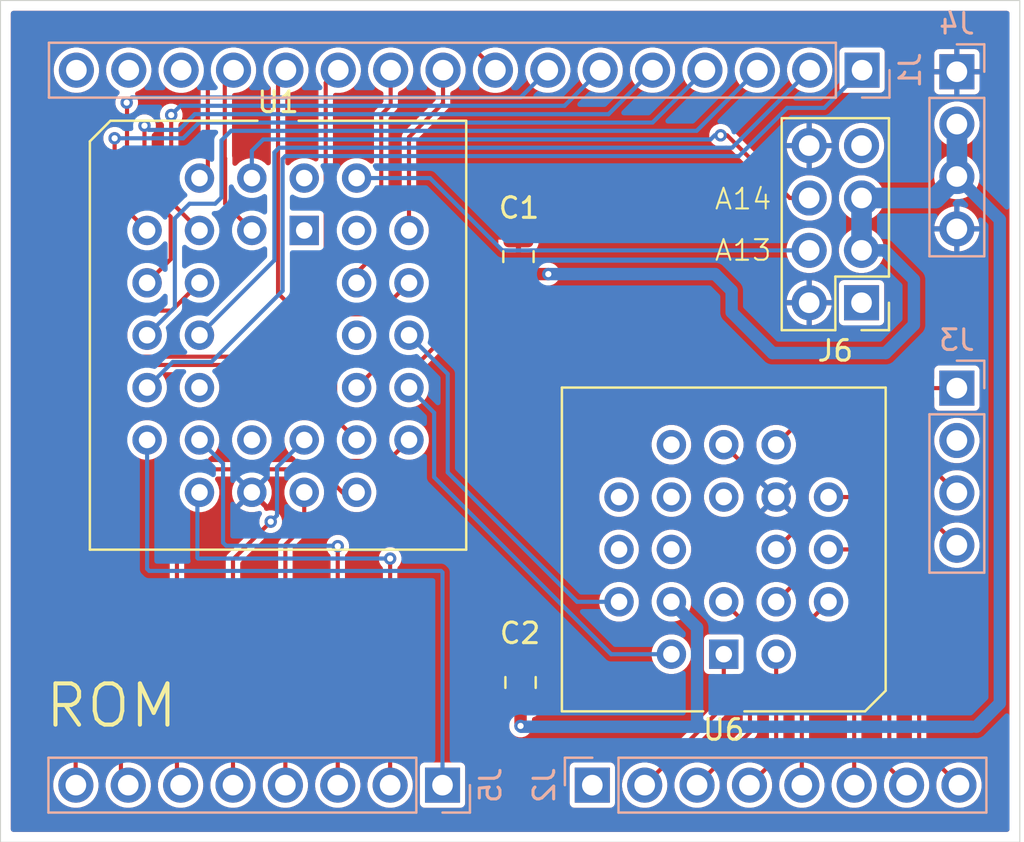
<source format=kicad_pcb>
(kicad_pcb (version 20241229) (generator "pcbnew") (generator_version "9.0")
  (layers (0 "F.Cu" signal) (4 "In1.Cu" signal) (6 "In2.Cu" signal) (2 "B.Cu" signal) (13 "F.Paste" user) (15 "B.Paste" user) (5 "F.SilkS" user "F.Silkscreen") (7 "B.SilkS" user "B.Silkscreen") (1 "F.Mask" user) (3 "B.Mask" user) (25 "Edge.Cuts" user))
  (net 0 "")
  (net 1 "/A6")
  (net 2 "/A13")
  (net 3 "/A10")
  (net 4 "/A0")
  (net 5 "/A15")
  (net 6 "/A8")
  (net 7 "/A5")
  (net 8 "/A7")
  (net 9 "/A14")
  (net 10 "/A1")
  (net 11 "/A4")
  (net 12 "/A3")
  (net 13 "/A12")
  (net 14 "/A9")
  (net 15 "/S3")
  (net 16 "/S4")
  (net 17 "/A2")
  (net 18 "/S2")
  (net 19 "/S0")
  (net 20 "/R{slash}~{W}")
  (net 21 "/E")
  (net 22 "/S1")
  (net 23 "+5V")
  (net 24 "/Q")
  (net 25 "GND")
  (net 26 "/D4")
  (net 27 "/D0")
  (net 28 "/~{OE}")
  (net 29 "/D1")
  (net 30 "/D2")
  (net 31 "/D5")
  (net 32 "/D3")
  (net 33 "/D7")
  (net 34 "/D6")
  (net 35 "/A11")
  (net 42 "/S5")
  (net 43 "/S6")
  (net 44 "/S7")
  (net 45 "/~{Reset}")
  (net 46 "/~{CS}")
  (net 53 "/A13page")
  (net 54 "/A14page")
  (footprint "Package_LCC:PLCC-20_THT-Socket" (layer "F.Cu") (at 156.8958 105.6894 180)
    (property "Reference" "U6" (at 0 -3.67 0) (layer "F.SilkS"))
    (property "Value" "GAL16V8")
    (fp_line (start 7.85 12.93) (end 7.85 -2.77) (stroke (width 0.12)) (layer "F.SilkS"))
    (fp_line (start 7.85 -2.77) (end 1 -2.77) (stroke (width 0.12)) (layer "F.SilkS"))
    (fp_line (start -1 -2.77) (end -6.85 -2.77) (stroke (width 0.12)) (layer "F.SilkS"))
    (fp_line (start -6.85 -2.77) (end -7.85 -1.77) (stroke (width 0.12)) (layer "F.SilkS"))
    (fp_line (start -7.85 12.93) (end 7.85 12.93) (stroke (width 0.12)) (layer "F.SilkS"))
    (fp_line (start -7.85 -1.77) (end -7.85 12.93) (stroke (width 0.12)) (layer "F.SilkS"))
    (pad "1" thru_hole rect (at 0 0 180) (size 1.4224 1.4224) (drill 0.8) (layers "*.Cu" "*.Mask") (net 22 "/S1"))
    (pad "2" thru_hole circle (at 0 2.54 180) (size 1.4224 1.4224) (drill 0.8) (layers "*.Cu" "*.Mask") (net 18 "/S2"))
    (pad "3" thru_hole circle (at -2.54 0 180) (size 1.4224 1.4224) (drill 0.8) (layers "*.Cu" "*.Mask") (net 15 "/S3"))
    (pad "4" thru_hole circle (at -5.08 2.54 180) (size 1.4224 1.4224) (drill 0.8) (layers "*.Cu" "*.Mask") (net 16 "/S4"))
    (pad "5" thru_hole circle (at -2.54 2.54 180) (size 1.4224 1.4224) (drill 0.8) (layers "*.Cu" "*.Mask") (net 42 "/S5"))
    (pad "6" thru_hole circle (at -5.08 5.08 180) (size 1.4224 1.4224) (drill 0.8) (layers "*.Cu" "*.Mask") (net 43 "/S6"))
    (pad "7" thru_hole circle (at -2.54 5.08 180) (size 1.4224 1.4224) (drill 0.8) (layers "*.Cu" "*.Mask") (net 44 "/S7"))
    (pad "8" thru_hole circle (at -5.08 7.62 180) (size 1.4224 1.4224) (drill 0.8) (layers "*.Cu" "*.Mask") (net 24 "/Q"))
    (pad "9" thru_hole circle (at -2.54 10.16 180) (size 1.4224 1.4224) (drill 0.8) (layers "*.Cu" "*.Mask") (net 21 "/E"))
    (pad "10" thru_hole circle (at -2.54 7.62 180) (size 1.4224 1.4224) (drill 0.8) (layers "*.Cu" "*.Mask") (net 25 "GND"))
    (pad "11" thru_hole circle (at 0 10.16 180) (size 1.4224 1.4224) (drill 0.8) (layers "*.Cu" "*.Mask") (net 20 "/R{slash}~{W}"))
    (pad "12" thru_hole circle (at 0 7.62 180) (size 1.4224 1.4224) (drill 0.8) (layers "*.Cu" "*.Mask"))
    (pad "13" thru_hole circle (at 2.54 10.16 180) (size 1.4224 1.4224) (drill 0.8) (layers "*.Cu" "*.Mask"))
    (pad "14" thru_hole circle (at 5.08 7.62 180) (size 1.4224 1.4224) (drill 0.8) (layers "*.Cu" "*.Mask"))
    (pad "15" thru_hole circle (at 2.54 7.62 180) (size 1.4224 1.4224) (drill 0.8) (layers "*.Cu" "*.Mask"))
    (pad "16" thru_hole circle (at 5.08 5.08 180) (size 1.4224 1.4224) (drill 0.8) (layers "*.Cu" "*.Mask"))
    (pad "17" thru_hole circle (at 2.54 5.08 180) (size 1.4224 1.4224) (drill 0.8) (layers "*.Cu" "*.Mask"))
    (pad "18" thru_hole circle (at 5.08 2.54 180) (size 1.4224 1.4224) (drill 0.8) (layers "*.Cu" "*.Mask") (net 28 "/~{OE}"))
    (pad "19" thru_hole circle (at 2.54 0 180) (size 1.4224 1.4224) (drill 0.8) (layers "*.Cu" "*.Mask") (net 46 "/~{CS}"))
    (pad "20" thru_hole circle (at 2.54 2.54 180) (size 1.4224 1.4224) (drill 0.8) (layers "*.Cu" "*.Mask") (net 23 "+5V"))
  )
  (footprint "Connector_PinHeader_2.54mm:PinHeader_2x04_P2.54mm_Vertical" (layer "F.Cu") (at 163.576 88.646 180)
    (property "Reference" "J6" (at 1.27 -2.33 0) (layer "F.SilkS"))
    (property "Value" "Address select")
    (fp_line (start 3.87 -1.33) (end 3.87 8.95) (stroke (width 0.12)) (layer "F.SilkS"))
    (fp_line (start 1.27 1.27) (end 1.27 -1.33) (stroke (width 0.12)) (layer "F.SilkS"))
    (fp_line (start 1.27 -1.33) (end 3.87 -1.33) (stroke (width 0.12)) (layer "F.SilkS"))
    (fp_line (start -1.33 8.95) (end 3.87 8.95) (stroke (width 0.12)) (layer "F.SilkS"))
    (fp_line (start -1.33 1.27) (end 1.27 1.27) (stroke (width 0.12)) (layer "F.SilkS"))
    (fp_line (start -1.33 1.27) (end -1.33 8.95) (stroke (width 0.12)) (layer "F.SilkS"))
    (fp_line (start -1.33 0) (end -1.33 -1.33) (stroke (width 0.12)) (layer "F.SilkS"))
    (fp_line (start -1.33 -1.33) (end 0 -1.33) (stroke (width 0.12)) (layer "F.SilkS"))
    (pad "1" thru_hole rect (at 0 0 180) (size 1.7 1.7) (drill 1) (layers "*.Cu" "*.Mask"))
    (pad "2" thru_hole oval (at 2.54 0 180) (size 1.7 1.7) (drill 1) (layers "*.Cu" "*.Mask") (net 25 "GND"))
    (pad "3" thru_hole oval (at 0 2.54 180) (size 1.7 1.7) (drill 1) (layers "*.Cu" "*.Mask") (net 23 "+5V"))
    (pad "4" thru_hole oval (at 2.54 2.54 180) (size 1.7 1.7) (drill 1) (layers "*.Cu" "*.Mask") (net 53 "/A13page"))
    (pad "5" thru_hole oval (at 0 5.08 180) (size 1.7 1.7) (drill 1) (layers "*.Cu" "*.Mask") (net 23 "+5V"))
    (pad "6" thru_hole oval (at 2.54 5.08 180) (size 1.7 1.7) (drill 1) (layers "*.Cu" "*.Mask") (net 54 "/A14page"))
    (pad "7" thru_hole oval (at 0 7.62 180) (size 1.7 1.7) (drill 1) (layers "*.Cu" "*.Mask"))
    (pad "8" thru_hole oval (at 2.54 7.62 180) (size 1.7 1.7) (drill 1) (layers "*.Cu" "*.Mask") (net 25 "GND"))
  )
  (footprint "Capacitor_SMD:C_0805_2012Metric" (layer "F.Cu") (at 147.0406 107.061 90)
    (property "Reference" "C2" (at 2.3876 -0.0254 180) (layer "F.SilkS"))
    (property "Value" "100nF")
    (fp_line (start -0.261252 -0.735) (end 0.261252 -0.735) (stroke (width 0.12)) (layer "F.SilkS"))
    (fp_line (start -0.261252 0.735) (end 0.261252 0.735) (stroke (width 0.12)) (layer "F.SilkS"))
    (pad "1" smd roundrect (at -0.95 0 90) (size 1 1.45) (layers "F.Cu" "F.Mask" "F.Paste") (net 23 "+5V"))
    (pad "2" smd roundrect (at 0.95 0 90) (size 1 1.45) (layers "F.Cu" "F.Mask" "F.Paste") (net 25 "GND"))
  )
  (footprint "Package_LCC:PLCC-32_THT-Socket" (layer "F.Cu") (at 136.5504 85.1408)
    (property "Reference" "U1" (at -1.27 -6.22 0) (layer "F.SilkS"))
    (property "Value" "28C256")
    (fp_line (start -10.395 -4.32) (end -10.395 15.48) (stroke (width 0.12)) (layer "F.SilkS"))
    (fp_line (start -10.395 15.48) (end 7.855 15.48) (stroke (width 0.12)) (layer "F.SilkS"))
    (fp_line (start -9.395 -5.32) (end -10.395 -4.32) (stroke (width 0.12)) (layer "F.SilkS"))
    (fp_line (start -2.27 -5.32) (end -9.395 -5.32) (stroke (width 0.12)) (layer "F.SilkS"))
    (fp_line (start 7.855 -5.32) (end -0.27 -5.32) (stroke (width 0.12)) (layer "F.SilkS"))
    (fp_line (start 7.855 15.48) (end 7.855 -5.32) (stroke (width 0.12)) (layer "F.SilkS"))
    (pad "1" thru_hole rect (at 0 0) (size 1.4224 1.4224) (drill 0.8) (layers "*.Cu" "*.Mask"))
    (pad "2" thru_hole circle (at -2.54 -2.54) (size 1.4224 1.4224) (drill 0.8) (layers "*.Cu" "*.Mask") (net 54 "/A14page"))
    (pad "3" thru_hole circle (at -2.54 0) (size 1.4224 1.4224) (drill 0.8) (layers "*.Cu" "*.Mask") (net 13 "/A12"))
    (pad "4" thru_hole circle (at -5.08 -2.54) (size 1.4224 1.4224) (drill 0.8) (layers "*.Cu" "*.Mask") (net 8 "/A7"))
    (pad "5" thru_hole circle (at -7.62 0) (size 1.4224 1.4224) (drill 0.8) (layers "*.Cu" "*.Mask") (net 1 "/A6"))
    (pad "6" thru_hole circle (at -5.08 0) (size 1.4224 1.4224) (drill 0.8) (layers "*.Cu" "*.Mask") (net 7 "/A5"))
    (pad "7" thru_hole circle (at -7.62 2.54) (size 1.4224 1.4224) (drill 0.8) (layers "*.Cu" "*.Mask") (net 11 "/A4"))
    (pad "8" thru_hole circle (at -5.08 2.54) (size 1.4224 1.4224) (drill 0.8) (layers "*.Cu" "*.Mask") (net 12 "/A3"))
    (pad "9" thru_hole circle (at -7.62 5.08) (size 1.4224 1.4224) (drill 0.8) (layers "*.Cu" "*.Mask") (net 17 "/A2"))
    (pad "10" thru_hole circle (at -5.08 5.08) (size 1.4224 1.4224) (drill 0.8) (layers "*.Cu" "*.Mask") (net 10 "/A1"))
    (pad "11" thru_hole circle (at -7.62 7.62) (size 1.4224 1.4224) (drill 0.8) (layers "*.Cu" "*.Mask") (net 4 "/A0"))
    (pad "12" thru_hole circle (at -5.08 7.62) (size 1.4224 1.4224) (drill 0.8) (layers "*.Cu" "*.Mask"))
    (pad "13" thru_hole circle (at -7.62 10.16) (size 1.4224 1.4224) (drill 0.8) (layers "*.Cu" "*.Mask") (net 27 "/D0"))
    (pad "14" thru_hole circle (at -5.08 12.7) (size 1.4224 1.4224) (drill 0.8) (layers "*.Cu" "*.Mask") (net 29 "/D1"))
    (pad "15" thru_hole circle (at -5.08 10.16) (size 1.4224 1.4224) (drill 0.8) (layers "*.Cu" "*.Mask") (net 30 "/D2"))
    (pad "16" thru_hole circle (at -2.54 12.7) (size 1.4224 1.4224) (drill 0.8) (layers "*.Cu" "*.Mask") (net 25 "GND"))
    (pad "17" thru_hole circle (at -2.54 10.16) (size 1.4224 1.4224) (drill 0.8) (layers "*.Cu" "*.Mask"))
    (pad "18" thru_hole circle (at 0 12.7) (size 1.4224 1.4224) (drill 0.8) (layers "*.Cu" "*.Mask") (net 32 "/D3"))
    (pad "19" thru_hole circle (at 0 10.16) (size 1.4224 1.4224) (drill 0.8) (layers "*.Cu" "*.Mask") (net 26 "/D4"))
    (pad "20" thru_hole circle (at 2.54 12.7) (size 1.4224 1.4224) (drill 0.8) (layers "*.Cu" "*.Mask") (net 31 "/D5"))
    (pad "21" thru_hole circle (at 5.08 10.16) (size 1.4224 1.4224) (drill 0.8) (layers "*.Cu" "*.Mask") (net 34 "/D6"))
    (pad "22" thru_hole circle (at 2.54 10.16) (size 1.4224 1.4224) (drill 0.8) (layers "*.Cu" "*.Mask") (net 33 "/D7"))
    (pad "23" thru_hole circle (at 5.08 7.62) (size 1.4224 1.4224) (drill 0.8) (layers "*.Cu" "*.Mask") (net 46 "/~{CS}"))
    (pad "24" thru_hole circle (at 2.54 7.62) (size 1.4224 1.4224) (drill 0.8) (layers "*.Cu" "*.Mask") (net 3 "/A10"))
    (pad "25" thru_hole circle (at 5.08 5.08) (size 1.4224 1.4224) (drill 0.8) (layers "*.Cu" "*.Mask") (net 28 "/~{OE}"))
    (pad "26" thru_hole circle (at 2.54 5.08) (size 1.4224 1.4224) (drill 0.8) (layers "*.Cu" "*.Mask"))
    (pad "27" thru_hole circle (at 5.08 2.54) (size 1.4224 1.4224) (drill 0.8) (layers "*.Cu" "*.Mask") (net 35 "/A11"))
    (pad "28" thru_hole circle (at 2.54 2.54) (size 1.4224 1.4224) (drill 0.8) (layers "*.Cu" "*.Mask") (net 14 "/A9"))
    (pad "29" thru_hole circle (at 5.08 0) (size 1.4224 1.4224) (drill 0.8) (layers "*.Cu" "*.Mask") (net 6 "/A8"))
    (pad "30" thru_hole circle (at 2.54 -2.54) (size 1.4224 1.4224) (drill 0.8) (layers "*.Cu" "*.Mask") (net 53 "/A13page"))
    (pad "31" thru_hole circle (at 2.54 0) (size 1.4224 1.4224) (drill 0.8) (layers "*.Cu" "*.Mask") (net 23 "+5V"))
    (pad "32" thru_hole circle (at 0 -2.54) (size 1.4224 1.4224) (drill 0.8) (layers "*.Cu" "*.Mask") (net 23 "+5V"))
  )
  (footprint "Capacitor_SMD:C_0805_2012Metric" (layer "F.Cu") (at 146.939 86.4108 90)
    (property "Reference" "C1" (at 2.3622 0.0254 180) (layer "F.SilkS"))
    (property "Value" "100nF")
    (fp_line (start -0.261252 -0.735) (end 0.261252 -0.735) (stroke (width 0.12)) (layer "F.SilkS"))
    (fp_line (start -0.261252 0.735) (end 0.261252 0.735) (stroke (width 0.12)) (layer "F.SilkS"))
    (pad "1" smd roundrect (at -0.95 0 90) (size 1 1.45) (layers "F.Cu" "F.Mask" "F.Paste") (net 23 "+5V"))
    (pad "2" smd roundrect (at 0.95 0 90) (size 1 1.45) (layers "F.Cu" "F.Mask" "F.Paste") (net 25 "GND"))
  )
  (footprint "Connector_PinHeader_2.54mm:PinHeader_1x04_P2.54mm_Vertical" (layer "B.Cu") (at 168.1988 92.7862 180)
    (property "Reference" "J3" (at 0 2.33 0) (layer "B.SilkS") (effects (justify mirror)))
    (property "Value" "Clock")
    (fp_line (start 1.33 -1.27) (end 1.33 -8.95) (stroke (width 0.12)) (layer "B.SilkS"))
    (fp_line (start -1.33 1.33) (end 0 1.33) (stroke (width 0.12)) (layer "B.SilkS"))
    (fp_line (start -1.33 0) (end -1.33 1.33) (stroke (width 0.12)) (layer "B.SilkS"))
    (fp_line (start -1.33 -1.27) (end 1.33 -1.27) (stroke (width 0.12)) (layer "B.SilkS"))
    (fp_line (start -1.33 -1.27) (end -1.33 -8.95) (stroke (width 0.12)) (layer "B.SilkS"))
    (fp_line (start -1.33 -8.95) (end 1.33 -8.95) (stroke (width 0.12)) (layer "B.SilkS"))
    (pad "1" thru_hole rect (at 0 0 180) (size 1.7 1.7) (drill 1) (layers "*.Cu" "*.Mask") (net 21 "/E"))
    (pad "2" thru_hole oval (at 0 -2.54 180) (size 1.7 1.7) (drill 1) (layers "*.Cu" "*.Mask") (net 45 "/~{Reset}"))
    (pad "3" thru_hole oval (at 0 -5.08 180) (size 1.7 1.7) (drill 1) (layers "*.Cu" "*.Mask") (net 20 "/R{slash}~{W}"))
    (pad "4" thru_hole oval (at 0 -7.62 180) (size 1.7 1.7) (drill 1) (layers "*.Cu" "*.Mask") (net 24 "/Q"))
  )
  (footprint "Connector_PinHeader_2.54mm:PinHeader_1x16_P2.54mm_Vertical" (layer "B.Cu") (at 163.6014 77.3684 90)
    (property "Reference" "J1" (at 0 2.33 90) (layer "B.SilkS") (effects (justify mirror)))
    (property "Value" "Address")
    (fp_line (start -1.33 -39.43) (end 1.33 -39.43) (stroke (width 0.12)) (layer "B.SilkS"))
    (fp_line (start 1.33 -1.27) (end 1.33 -39.43) (stroke (width 0.12)) (layer "B.SilkS"))
    (fp_line (start -1.33 -1.27) (end -1.33 -39.43) (stroke (width 0.12)) (layer "B.SilkS"))
    (fp_line (start -1.33 -1.27) (end 1.33 -1.27) (stroke (width 0.12)) (layer "B.SilkS"))
    (fp_line (start -1.33 0) (end -1.33 1.33) (stroke (width 0.12)) (layer "B.SilkS"))
    (fp_line (start -1.33 1.33) (end 0 1.33) (stroke (width 0.12)) (layer "B.SilkS"))
    (pad "1" thru_hole rect (at 0 0 90) (size 1.7 1.7) (drill 1) (layers "*.Cu" "*.Mask") (net 4 "/A0"))
    (pad "2" thru_hole oval (at 0 -2.54 90) (size 1.7 1.7) (drill 1) (layers "*.Cu" "*.Mask") (net 10 "/A1"))
    (pad "3" thru_hole oval (at 0 -5.08 90) (size 1.7 1.7) (drill 1) (layers "*.Cu" "*.Mask") (net 17 "/A2"))
    (pad "4" thru_hole oval (at 0 -7.62 90) (size 1.7 1.7) (drill 1) (layers "*.Cu" "*.Mask") (net 12 "/A3"))
    (pad "5" thru_hole oval (at 0 -10.16 90) (size 1.7 1.7) (drill 1) (layers "*.Cu" "*.Mask") (net 11 "/A4"))
    (pad "6" thru_hole oval (at 0 -12.7 90) (size 1.7 1.7) (drill 1) (layers "*.Cu" "*.Mask") (net 7 "/A5"))
    (pad "7" thru_hole oval (at 0 -15.24 90) (size 1.7 1.7) (drill 1) (layers "*.Cu" "*.Mask") (net 1 "/A6"))
    (pad "8" thru_hole oval (at 0 -17.78 90) (size 1.7 1.7) (drill 1) (layers "*.Cu" "*.Mask") (net 8 "/A7"))
    (pad "9" thru_hole oval (at 0 -20.32 90) (size 1.7 1.7) (drill 1) (layers "*.Cu" "*.Mask") (net 6 "/A8"))
    (pad "10" thru_hole oval (at 0 -22.86 90) (size 1.7 1.7) (drill 1) (layers "*.Cu" "*.Mask") (net 14 "/A9"))
    (pad "11" thru_hole oval (at 0 -25.4 90) (size 1.7 1.7) (drill 1) (layers "*.Cu" "*.Mask") (net 3 "/A10"))
    (pad "12" thru_hole oval (at 0 -27.94 90) (size 1.7 1.7) (drill 1) (layers "*.Cu" "*.Mask") (net 35 "/A11"))
    (pad "13" thru_hole oval (at 0 -30.48 90) (size 1.7 1.7) (drill 1) (layers "*.Cu" "*.Mask") (net 13 "/A12"))
    (pad "14" thru_hole oval (at 0 -33.02 90) (size 1.7 1.7) (drill 1) (layers "*.Cu" "*.Mask") (net 2 "/A13"))
    (pad "15" thru_hole oval (at 0 -35.56 90) (size 1.7 1.7) (drill 1) (layers "*.Cu" "*.Mask") (net 9 "/A14"))
    (pad "16" thru_hole oval (at 0 -38.1 90) (size 1.7 1.7) (drill 1) (layers "*.Cu" "*.Mask") (net 5 "/A15"))
  )
  (footprint "Connector_PinHeader_2.54mm:PinHeader_1x08_P2.54mm_Vertical" (layer "B.Cu") (at 150.5204 112.0394 -90)
    (property "Reference" "J2" (at 0 2.33 90) (layer "B.SilkS") (effects (justify mirror)))
    (property "Value" "Device")
    (fp_line (start -1.33 1.33) (end 0 1.33) (stroke (width 0.12)) (layer "B.SilkS"))
    (fp_line (start -1.33 0) (end -1.33 1.33) (stroke (width 0.12)) (layer "B.SilkS"))
    (fp_line (start -1.33 -1.27) (end 1.33 -1.27) (stroke (width 0.12)) (layer "B.SilkS"))
    (fp_line (start -1.33 -1.27) (end -1.33 -19.11) (stroke (width 0.12)) (layer "B.SilkS"))
    (fp_line (start 1.33 -1.27) (end 1.33 -19.11) (stroke (width 0.12)) (layer "B.SilkS"))
    (fp_line (start -1.33 -19.11) (end 1.33 -19.11) (stroke (width 0.12)) (layer "B.SilkS"))
    (pad "1" thru_hole rect (at 0 0 270) (size 1.7 1.7) (drill 1) (layers "*.Cu" "*.Mask") (net 19 "/S0"))
    (pad "2" thru_hole oval (at 0 -2.54 270) (size 1.7 1.7) (drill 1) (layers "*.Cu" "*.Mask") (net 22 "/S1"))
    (pad "3" thru_hole oval (at 0 -5.08 270) (size 1.7 1.7) (drill 1) (layers "*.Cu" "*.Mask") (net 18 "/S2"))
    (pad "4" thru_hole oval (at 0 -7.62 270) (size 1.7 1.7) (drill 1) (layers "*.Cu" "*.Mask") (net 15 "/S3"))
    (pad "5" thru_hole oval (at 0 -10.16 270) (size 1.7 1.7) (drill 1) (layers "*.Cu" "*.Mask") (net 16 "/S4"))
    (pad "6" thru_hole oval (at 0 -12.7 270) (size 1.7 1.7) (drill 1) (layers "*.Cu" "*.Mask") (net 42 "/S5"))
    (pad "7" thru_hole oval (at 0 -15.24 270) (size 1.7 1.7) (drill 1) (layers "*.Cu" "*.Mask") (net 43 "/S6"))
    (pad "8" thru_hole oval (at 0 -17.78 270) (size 1.7 1.7) (drill 1) (layers "*.Cu" "*.Mask") (net 44 "/S7"))
  )
  (footprint "Connector_PinHeader_2.54mm:PinHeader_1x08_P2.54mm_Vertical" (layer "B.Cu") (at 143.256 112.0394 90)
    (property "Reference" "J5" (at 0 2.33 90) (layer "B.SilkS") (effects (justify mirror)))
    (property "Value" "Data")
    (fp_line (start -1.33 -19.11) (end 1.33 -19.11) (stroke (width 0.12)) (layer "B.SilkS"))
    (fp_line (start 1.33 -1.27) (end 1.33 -19.11) (stroke (width 0.12)) (layer "B.SilkS"))
    (fp_line (start -1.33 -1.27) (end -1.33 -19.11) (stroke (width 0.12)) (layer "B.SilkS"))
    (fp_line (start -1.33 -1.27) (end 1.33 -1.27) (stroke (width 0.12)) (layer "B.SilkS"))
    (fp_line (start -1.33 0) (end -1.33 1.33) (stroke (width 0.12)) (layer "B.SilkS"))
    (fp_line (start -1.33 1.33) (end 0 1.33) (stroke (width 0.12)) (layer "B.SilkS"))
    (pad "1" thru_hole rect (at 0 0 90) (size 1.7 1.7) (drill 1) (layers "*.Cu" "*.Mask") (net 27 "/D0"))
    (pad "2" thru_hole oval (at 0 -2.54 90) (size 1.7 1.7) (drill 1) (layers "*.Cu" "*.Mask") (net 29 "/D1"))
    (pad "3" thru_hole oval (at 0 -5.08 90) (size 1.7 1.7) (drill 1) (layers "*.Cu" "*.Mask") (net 30 "/D2"))
    (pad "4" thru_hole oval (at 0 -7.62 90) (size 1.7 1.7) (drill 1) (layers "*.Cu" "*.Mask") (net 32 "/D3"))
    (pad "5" thru_hole oval (at 0 -10.16 90) (size 1.7 1.7) (drill 1) (layers "*.Cu" "*.Mask") (net 26 "/D4"))
    (pad "6" thru_hole oval (at 0 -12.7 90) (size 1.7 1.7) (drill 1) (layers "*.Cu" "*.Mask") (net 31 "/D5"))
    (pad "7" thru_hole oval (at 0 -15.24 90) (size 1.7 1.7) (drill 1) (layers "*.Cu" "*.Mask") (net 34 "/D6"))
    (pad "8" thru_hole oval (at 0 -17.78 90) (size 1.7 1.7) (drill 1) (layers "*.Cu" "*.Mask") (net 33 "/D7"))
  )
  (footprint "Connector_PinHeader_2.54mm:PinHeader_1x04_P2.54mm_Vertical" (layer "B.Cu") (at 168.1988 77.4446 180)
    (property "Reference" "J4" (at 0 2.33 0) (layer "B.SilkS") (effects (justify mirror)))
    (property "Value" "Power")
    (fp_line (start 1.33 -1.27) (end 1.33 -8.95) (stroke (width 0.12)) (layer "B.SilkS"))
    (fp_line (start -1.33 1.33) (end 0 1.33) (stroke (width 0.12)) (layer "B.SilkS"))
    (fp_line (start -1.33 0) (end -1.33 1.33) (stroke (width 0.12)) (layer "B.SilkS"))
    (fp_line (start -1.33 -1.27) (end 1.33 -1.27) (stroke (width 0.12)) (layer "B.SilkS"))
    (fp_line (start -1.33 -1.27) (end -1.33 -8.95) (stroke (width 0.12)) (layer "B.SilkS"))
    (fp_line (start -1.33 -8.95) (end 1.33 -8.95) (stroke (width 0.12)) (layer "B.SilkS"))
    (pad "1" thru_hole rect (at 0 0 180) (size 1.7 1.7) (drill 1) (layers "*.Cu" "*.Mask") (net 25 "GND"))
    (pad "2" thru_hole oval (at 0 -2.54 180) (size 1.7 1.7) (drill 1) (layers "*.Cu" "*.Mask") (net 23 "+5V"))
    (pad "3" thru_hole oval (at 0 -5.08 180) (size 1.7 1.7) (drill 1) (layers "*.Cu" "*.Mask") (net 23 "+5V"))
    (pad "4" thru_hole oval (at 0 -7.62 180) (size 1.7 1.7) (drill 1) (layers "*.Cu" "*.Mask") (net 25 "GND"))
  )
  (gr_rect (start 121.8222 73.9902) (end 171.2506 114.808) (stroke (width 0.05)) (fill no) (layer "Edge.Cuts"))
  (gr_text "ROM" (at 123.8796 109.3597 0) (layer "F.SilkS") (effects (font (size 2 2) (thickness 0.2)) (justify left bottom)))
  (gr_text "A13" (at 156.3878 86.6902 0) (layer "F.SilkS") (effects (font (size 1 1) (thickness 0.1)) (justify left bottom)))
  (gr_text "A14" (at 156.3878 84.201 0) (layer "F.SilkS") (effects (font (size 1 1) (thickness 0.1)) (justify left bottom)))
  (segment (start 127.9566 84.167) (end 128.9304 85.1408) (width 0.2) (layer "F.Cu") (net 1))
  (segment (start 127.9398 78.9432) (end 127.9566 78.96) (width 0.2) (layer "F.Cu") (net 1))
  (segment (start 127.9566 78.96) (end 127.9566 84.167) (width 0.2) (layer "F.Cu") (net 1))
  (via (at 127.9398 78.9432) (size 0.6) (drill 0.3) (layers "F.Cu" "B.Cu") (net 1))
  (segment (start 147.0406 78.6892) (end 148.3614 77.3684) (width 0.2) (layer "B.Cu") (net 1))
  (segment (start 127.9398 78.9432) (end 128.1938 78.6892) (width 0.2) (layer "B.Cu") (net 1))
  (segment (start 128.1938 78.6892) (end 147.0406 78.6892) (width 0.2) (layer "B.Cu") (net 1))
  (segment (start 140.4366 88.138) (end 140.4366 87.0204) (width 0.2) (layer "F.Cu") (net 3))
  (segment (start 140.8938 86.5632) (end 142.2908 86.5632) (width 0.2) (layer "F.Cu") (net 3))
  (segment (start 140.4366 87.0204) (end 140.8938 86.5632) (width 0.2) (layer "F.Cu") (net 3))
  (segment (start 138.2068 88.8038) (end 139.7708 88.8038) (width 0.2) (layer "F.Cu") (net 3))
  (segment (start 142.8242 90.8304) (end 142.0876 91.567) (width 0.2) (layer "F.Cu") (net 3))
  (segment (start 142.0876 91.567) (end 140.2842 91.567) (width 0.2) (layer "F.Cu") (net 3))
  (segment (start 137.5918 77.978) (end 137.5918 88.1888) (width 0.2) (layer "F.Cu") (net 3))
  (segment (start 140.2842 91.567) (end 139.0904 92.7608) (width 0.2) (layer "F.Cu") (net 3))
  (segment (start 142.2908 86.5632) (end 142.8242 87.0966) (width 0.2) (layer "F.Cu") (net 3))
  (segment (start 139.7708 88.8038) (end 140.4366 88.138) (width 0.2) (layer "F.Cu") (net 3))
  (segment (start 138.2014 77.3684) (end 137.5918 77.978) (width 0.2) (layer "F.Cu") (net 3))
  (segment (start 142.8242 87.0966) (end 142.8242 90.8304) (width 0.2) (layer "F.Cu") (net 3))
  (segment (start 137.5918 88.1888) (end 138.2068 88.8038) (width 0.2) (layer "F.Cu") (net 3))
  (segment (start 135.5036 88.0672) (end 132.0546 91.5162) (width 0.2) (layer "B.Cu") (net 4))
  (segment (start 163.6014 77.3684) (end 161.7726 79.1972) (width 0.2) (layer "B.Cu") (net 4))
  (segment (start 159.9692 79.1972) (end 157.6324 81.534) (width 0.2) (layer "B.Cu") (net 4))
  (segment (start 130.175 91.5162) (end 128.9304 92.7608) (width 0.2) (layer "B.Cu") (net 4))
  (segment (start 132.0546 91.5162) (end 130.175 91.5162) (width 0.2) (layer "B.Cu") (net 4))
  (segment (start 157.6324 81.534) (end 135.636 81.534) (width 0.2) (layer "B.Cu") (net 4))
  (segment (start 135.5036 81.6664) (end 135.5036 88.0672) (width 0.2) (layer "B.Cu") (net 4))
  (segment (start 161.7726 79.1972) (end 159.9692 79.1972) (width 0.2) (layer "B.Cu") (net 4))
  (segment (start 135.636 81.534) (end 135.5036 81.6664) (width 0.2) (layer "B.Cu") (net 4))
  (segment (start 141.6304 80.6196) (end 141.6304 85.1408) (width 0.2) (layer "F.Cu") (net 6))
  (segment (start 143.2814 78.9686) (end 141.6304 80.6196) (width 0.2) (layer "F.Cu") (net 6))
  (segment (start 143.2814 77.3684) (end 143.2814 78.9686) (width 0.2) (layer "F.Cu") (net 6))
  (segment (start 130.0988 79.5432) (end 130.0988 83.7692) (width 0.2) (layer "F.Cu") (net 7))
  (segment (start 130.0988 83.7692) (end 131.4704 85.1408) (width 0.2) (layer "F.Cu") (net 7))
  (via (at 130.0988 79.5432) (size 0.6) (drill 0.3) (layers "F.Cu" "B.Cu") (net 7))
  (segment (start 130.0988 79.5432) (end 130.5464 79.0956) (width 0.2) (layer "B.Cu") (net 7))
  (segment (start 149.1742 79.0956) (end 150.9014 77.3684) (width 0.2) (layer "B.Cu") (net 7))
  (segment (start 130.5464 79.0956) (end 149.1742 79.0956) (width 0.2) (layer "B.Cu") (net 7))
  (segment (start 131.8768 76.4286) (end 132.7912 75.5142) (width 0.2) (layer "F.Cu") (net 8))
  (segment (start 131.8768 82.1944) (end 131.8768 76.4286) (width 0.2) (layer "F.Cu") (net 8))
  (segment (start 132.7912 75.5142) (end 143.9672 75.5142) (width 0.2) (layer "F.Cu") (net 8))
  (segment (start 131.4704 82.6008) (end 131.8768 82.1944) (width 0.2) (layer "F.Cu") (net 8))
  (segment (start 143.9672 75.5142) (end 145.8214 77.3684) (width 0.2) (layer "F.Cu") (net 8))
  (segment (start 135.1026 86.5886) (end 135.1026 81.3562) (width 0.2) (layer "B.Cu") (net 10))
  (segment (start 135.1026 81.3562) (end 135.3312 81.1276) (width 0.2) (layer "B.Cu") (net 10))
  (segment (start 135.3312 81.1276) (end 157.3022 81.1276) (width 0.2) (layer "B.Cu") (net 10))
  (segment (start 131.4704 90.2208) (end 135.1026 86.5886) (width 0.2) (layer "B.Cu") (net 10))
  (segment (start 157.3022 81.1276) (end 161.0614 77.3684) (width 0.2) (layer "B.Cu") (net 10))
  (segment (start 128.8034 83.2104) (end 130.0734 84.4804) (width 0.2) (layer "F.Cu") (net 11))
  (segment (start 130.0734 86.5378) (end 128.9304 87.6808) (width 0.2) (layer "F.Cu") (net 11))
  (segment (start 128.8034 80.0608) (end 128.8034 83.2104) (width 0.2) (layer "F.Cu") (net 11))
  (segment (start 130.0734 84.4804) (end 130.0734 86.5378) (width 0.2) (layer "F.Cu") (net 11))
  (via (at 128.8034 80.0608) (size 0.6) (drill 0.3) (layers "F.Cu" "B.Cu") (net 11))
  (segment (start 129.0066 80.264) (end 130.4798 80.264) (width 0.2) (layer "B.Cu") (net 11))
  (segment (start 128.8034 80.0608) (end 129.0066 80.264) (width 0.2) (layer "B.Cu") (net 11))
  (segment (start 131.2418 79.502) (end 151.3078 79.502) (width 0.2) (layer "B.Cu") (net 11))
  (segment (start 130.4798 80.264) (end 131.2418 79.502) (width 0.2) (layer "B.Cu") (net 11))
  (segment (start 151.3078 79.502) (end 153.4414 77.3684) (width 0.2) (layer "B.Cu") (net 11))
  (segment (start 127.3556 88.138) (end 128.2446 89.027) (width 0.2) (layer "F.Cu") (net 12))
  (segment (start 128.2446 89.027) (end 130.1242 89.027) (width 0.2) (layer "F.Cu") (net 12))
  (segment (start 127.3556 80.6704) (end 127.3556 88.138) (width 0.2) (layer "F.Cu") (net 12))
  (segment (start 130.1242 89.027) (end 131.4704 87.6808) (width 0.2) (layer "F.Cu") (net 12))
  (via (at 127.3556 80.6704) (size 0.6) (drill 0.3) (layers "F.Cu" "B.Cu") (net 12))
  (segment (start 131.445 79.9084) (end 153.4414 79.9084) (width 0.2) (layer "B.Cu") (net 12))
  (segment (start 153.4414 79.9084) (end 155.9814 77.3684) (width 0.2) (layer "B.Cu") (net 12))
  (segment (start 127.3556 80.6704) (end 130.683 80.6704) (width 0.2) (layer "B.Cu") (net 12))
  (segment (start 130.683 80.6704) (end 131.445 79.9084) (width 0.2) (layer "B.Cu") (net 12))
  (segment (start 133.1214 77.3684) (end 132.6982 77.7916) (width 0.2) (layer "F.Cu") (net 13))
  (segment (start 132.6982 77.7916) (end 132.6982 81.630543) (width 0.2) (layer "F.Cu") (net 13))
  (segment (start 132.715 83.8454) (end 134.0104 85.1408) (width 0.2) (layer "F.Cu") (net 13))
  (segment (start 132.6982 81.630543) (end 132.715 81.647343) (width 0.2) (layer "F.Cu") (net 13))
  (segment (start 132.715 81.647343) (end 132.715 83.8454) (width 0.2) (layer "F.Cu") (net 13))
  (segment (start 139.0904 87.1982) (end 140.2842 86.0044) (width 0.2) (layer "F.Cu") (net 14))
  (segment (start 140.7414 79.0702) (end 140.7414 77.3684) (width 0.2) (layer "F.Cu") (net 14))
  (segment (start 140.2842 86.0044) (end 140.2842 79.5274) (width 0.2) (layer "F.Cu") (net 14))
  (segment (start 139.0904 87.6808) (end 139.0904 87.1982) (width 0.2) (layer "F.Cu") (net 14))
  (segment (start 140.2842 79.5274) (end 140.7414 79.0702) (width 0.2) (layer "F.Cu") (net 14))
  (segment (start 159.4358 110.744) (end 158.1404 112.0394) (width 0.2) (layer "F.Cu") (net 15))
  (segment (start 159.4358 105.6894) (end 159.4358 110.744) (width 0.2) (layer "F.Cu") (net 15))
  (segment (start 160.6804 104.4448) (end 160.6804 112.0394) (width 0.2) (layer "F.Cu") (net 16))
  (segment (start 161.9758 103.1494) (end 160.6804 104.4448) (width 0.2) (layer "F.Cu") (net 16))
  (segment (start 132.9998 80.3094) (end 132.5372 80.772) (width 0.2) (layer "B.Cu") (net 17))
  (segment (start 132.5372 83.5406) (end 132.2324 83.8454) (width 0.2) (layer "B.Cu") (net 17))
  (segment (start 155.5804 80.3094) (end 132.9998 80.3094) (width 0.2) (layer "B.Cu") (net 17))
  (segment (start 130.2766 88.8746) (end 128.9304 90.2208) (width 0.2) (layer "B.Cu") (net 17))
  (segment (start 132.2324 83.8454) (end 130.9878 83.8454) (width 0.2) (layer "B.Cu") (net 17))
  (segment (start 130.9878 83.8454) (end 130.2766 84.5566) (width 0.2) (layer "B.Cu") (net 17))
  (segment (start 158.5214 77.3684) (end 155.5804 80.3094) (width 0.2) (layer "B.Cu") (net 17))
  (segment (start 130.2766 84.5566) (end 130.2766 88.8746) (width 0.2) (layer "B.Cu") (net 17))
  (segment (start 132.5372 80.772) (end 132.5372 83.5406) (width 0.2) (layer "B.Cu") (net 17))
  (segment (start 158.1658 104.4194) (end 156.8958 103.1494) (width 0.2) (layer "F.Cu") (net 18))
  (segment (start 158.1658 109.474) (end 158.1658 104.4194) (width 0.2) (layer "F.Cu") (net 18))
  (segment (start 155.6004 112.0394) (end 158.1658 109.474) (width 0.2) (layer "F.Cu") (net 18))
  (segment (start 156.8958 95.5294) (end 157.988 96.6216) (width 0.2) (layer "F.Cu") (net 20))
  (segment (start 157.988 96.6216) (end 166.9453 96.6216) (width 0.2) (layer "F.Cu") (net 20))
  (segment (start 166.9453 96.6216) (end 168.2026 97.8789) (width 0.2) (layer "F.Cu") (net 20))
  (segment (start 162.179 92.7862) (end 159.4358 95.5294) (width 0.2) (layer "F.Cu") (net 21))
  (segment (start 168.1988 92.7862) (end 162.179 92.7862) (width 0.2) (layer "F.Cu") (net 21))
  (segment (start 153.0604 112.0394) (end 156.8958 108.204) (width 0.2) (layer "F.Cu") (net 22))
  (segment (start 156.8958 108.204) (end 156.8958 105.6894) (width 0.2) (layer "F.Cu") (net 22))
  (segment (start 147.0428 87.257) (end 146.939 87.3608) (width 0.6) (layer "F.Cu") (net 23))
  (segment (start 147.0406 109.1692) (end 147.0406 108.011) (width 0.6) (layer "F.Cu") (net 23))
  (segment (start 148.3868 87.257) (end 147.0428 87.257) (width 0.6) (layer "F.Cu") (net 23))
  (via (at 147.0406 109.1692) (size 0.6) (drill 0.3) (layers "F.Cu" "B.Cu") (net 23))
  (via (at 148.3868 87.257) (size 0.6) (drill 0.3) (layers "F.Cu" "B.Cu") (net 23))
  (segment (start 170.2816 108.0681) (end 169.1424 109.2073) (width 0.6) (layer "B.Cu") (net 23))
  (segment (start 168.9138 109.2073) (end 155.8582 109.2073) (width 0.6) (layer "B.Cu") (net 23))
  (segment (start 166.116 89.7128) (end 166.116 87.5284) (width 0.6) (layer "B.Cu") (net 23))
  (segment (start 148.3868 87.257) (end 156.472 87.257) (width 0.6) (layer "B.Cu") (net 23))
  (segment (start 168.2026 79.9973) (end 168.2026 82.5373) (width 1) (layer "B.Cu") (net 23))
  (segment (start 147.0787 109.2073) (end 147.0406 109.1692) (width 0.6) (layer "B.Cu") (net 23))
  (segment (start 156.472 87.257) (end 157.2768 88.0618) (width 0.6) (layer "B.Cu") (net 23))
  (segment (start 163.576 86.106) (end 163.0172 86.106) (width 0.6) (layer "B.Cu") (net 23))
  (segment (start 164.7444 91.0844) (end 166.116 89.7128) (width 0.6) (layer "B.Cu") (net 23))
  (segment (start 167.1574 83.566) (end 163.576 83.566) (width 1) (layer "B.Cu") (net 23))
  (segment (start 168.2026 82.5373) (end 170.2816 84.6163) (width 0.6) (layer "B.Cu") (net 23))
  (segment (start 164.6936 86.106) (end 163.576 86.106) (width 0.6) (layer "B.Cu") (net 23))
  (segment (start 166.116 87.5284) (end 164.6936 86.106) (width 0.6) (layer "B.Cu") (net 23))
  (segment (start 157.2768 89.1032) (end 159.258 91.0844) (width 0.6) (layer "B.Cu") (net 23))
  (segment (start 163.576 83.566) (end 163.576 86.106) (width 1) (layer "B.Cu") (net 23))
  (segment (start 170.2816 84.6163) (end 170.2816 108.0681) (width 0.6) (layer "B.Cu") (net 23))
  (segment (start 157.2768 88.0618) (end 157.2768 89.1032) (width 0.6) (layer "B.Cu") (net 23))
  (segment (start 155.8582 109.2073) (end 147.0787 109.2073) (width 0.6) (layer "B.Cu") (net 23))
  (segment (start 155.8582 109.2073) (end 155.6004 108.9495) (width 0.6) (layer "B.Cu") (net 23))
  (segment (start 168.1988 82.5246) (end 167.1574 83.566) (width 1) (layer "B.Cu") (net 23))
  (segment (start 155.6004 108.9495) (end 155.6004 104.4029) (width 0.6) (layer "B.Cu") (net 23))
  (segment (start 159.258 91.0844) (end 164.7444 91.0844) (width 0.6) (layer "B.Cu") (net 23))
  (segment (start 155.6004 104.4029) (end 154.3596 103.1621) (width 0.6) (layer "B.Cu") (net 23))
  (segment (start 168.1988 100.4062) (end 165.862 98.0694) (width 0.2) (layer "F.Cu") (net 24))
  (segment (start 165.862 98.0694) (end 161.9758 98.0694) (width 0.2) (layer "F.Cu") (net 24))
  (segment (start 133.096 101.092) (end 133.096 112.0394) (width 0.2) (layer "F.Cu") (net 26))
  (segment (start 134.9248 99.2632) (end 133.096 101.092) (width 0.2) (layer "F.Cu") (net 26))
  (via (at 134.9248 99.2632) (size 0.6) (drill 0.3) (layers "F.Cu" "B.Cu") (net 26))
  (segment (start 135.2296 98.9584) (end 134.9248 99.2632) (width 0.2) (layer "B.Cu") (net 26))
  (segment (start 135.2296 96.6216) (end 135.2296 98.9584) (width 0.2) (layer "B.Cu") (net 26))
  (segment (start 136.5504 95.3008) (end 135.2296 96.6216) (width 0.2) (layer "B.Cu") (net 26))
  (segment (start 143.2306 112.0369) (end 143.2458 112.0521) (width 0.2) (layer "F.Cu") (net 27))
  (segment (start 143.256 101.727) (end 143.1798 101.6508) (width 0.2) (layer "B.Cu") (net 27))
  (segment (start 143.1798 101.6508) (end 129.032 101.6508) (width 0.2) (layer "B.Cu") (net 27))
  (segment (start 143.256 112.0394) (end 143.256 101.727) (width 0.2) (layer "B.Cu") (net 27))
  (segment (start 129.032 101.6508) (end 128.9304 101.5492) (width 0.2) (layer "B.Cu") (net 27))
  (segment (start 128.9304 101.5492) (end 128.9304 95.3008) (width 0.2) (layer "B.Cu") (net 27))
  (segment (start 143.51 92.1004) (end 143.51 96.8756) (width 0.2) (layer "B.Cu") (net 28))
  (segment (start 141.6304 90.2208) (end 143.51 92.1004) (width 0.2) (layer "B.Cu") (net 28))
  (segment (start 149.7838 103.1494) (end 151.8158 103.1494) (width 0.2) (layer "B.Cu") (net 28))
  (segment (start 143.51 96.8756) (end 149.7838 103.1494) (width 0.2) (layer "B.Cu") (net 28))
  (segment (start 140.716 101.0508) (end 140.716 112.0394) (width 0.2) (layer "F.Cu") (net 29))
  (via (at 140.716 101.0508) (size 0.6) (drill 0.3) (layers "F.Cu" "B.Cu") (net 29))
  (segment (start 131.3688 101.0158) (end 131.3688 97.9424) (width 0.2) (layer "B.Cu") (net 29))
  (segment (start 131.4038 101.0508) (end 131.3688 101.0158) (width 0.2) (layer "B.Cu") (net 29))
  (segment (start 140.716 101.0508) (end 131.4038 101.0508) (width 0.2) (layer "B.Cu") (net 29))
  (segment (start 131.3688 97.9424) (end 131.4704 97.8408) (width 0.2) (layer "B.Cu") (net 29))
  (segment (start 138.176 100.4508) (end 138.176 112.0394) (width 0.2) (layer "F.Cu") (net 30))
  (via (at 138.176 100.4508) (size 0.6) (drill 0.3) (layers "F.Cu" "B.Cu") (net 30))
  (segment (start 138.1568 100.4316) (end 132.7658 100.4316) (width 0.2) (layer "B.Cu") (net 30))
  (segment (start 132.6134 96.4438) (end 131.4704 95.3008) (width 0.2) (layer "B.Cu") (net 30))
  (segment (start 132.7658 100.4316) (end 132.6134 100.2792) (width 0.2) (layer "B.Cu") (net 30))
  (segment (start 138.176 100.4508) (end 138.1568 100.4316) (width 0.2) (layer "B.Cu") (net 30))
  (segment (start 132.6134 100.2792) (end 132.6134 96.4438) (width 0.2) (layer "B.Cu") (net 30))
  (segment (start 130.3782 111.8616) (end 130.3782 97.2058) (width 0.2) (layer "F.Cu") (net 31))
  (segment (start 130.556 112.0394) (end 130.3782 111.8616) (width 0.2) (layer "F.Cu") (net 31))
  (segment (start 138.4046 97.8408) (end 139.0904 97.8408) (width 0.2) (layer "F.Cu") (net 31))
  (segment (start 137.287 96.7232) (end 138.4046 97.8408) (width 0.2) (layer "F.Cu") (net 31))
  (segment (start 130.3782 97.2058) (end 130.8608 96.7232) (width 0.2) (layer "F.Cu") (net 31))
  (segment (start 130.8608 96.7232) (end 137.287 96.7232) (width 0.2) (layer "F.Cu") (net 31))
  (segment (start 135.636 100.3808) (end 136.5504 99.4664) (width 0.2) (layer "F.Cu") (net 32))
  (segment (start 136.5504 99.4664) (end 136.5504 97.8408) (width 0.2) (layer "F.Cu") (net 32))
  (segment (start 135.636 112.0394) (end 135.636 100.3808) (width 0.2) (layer "F.Cu") (net 32))
  (segment (start 126.492 91.2622) (end 125.4658 92.2884) (width 0.2) (layer "F.Cu") (net 33))
  (segment (start 138.049 94.2594) (end 138.049 91.6686) (width 0.2) (layer "F.Cu") (net 33))
  (segment (start 125.4658 92.2884) (end 125.4658 112.0521) (width 0.2) (layer "F.Cu") (net 33))
  (segment (start 137.6426 91.2622) (end 126.492 91.2622) (width 0.2) (layer "F.Cu") (net 33))
  (segment (start 139.0904 95.3008) (end 138.049 94.2594) (width 0.2) (layer "F.Cu") (net 33))
  (segment (start 138.049 91.6686) (end 137.6426 91.2622) (width 0.2) (layer "F.Cu") (net 33))
  (segment (start 128.0058 112.0521) (end 127.6604 111.7067) (width 0.2) (layer "F.Cu") (net 34))
  (segment (start 137.0784 91.6632) (end 137.6426 92.2274) (width 0.2) (layer "F.Cu") (net 34))
  (segment (start 140.6144 96.3168) (end 141.6304 95.3008) (width 0.2) (layer "F.Cu") (net 34))
  (segment (start 127.6604 92.2274) (end 128.2246 91.6632) (width 0.2) (layer "F.Cu") (net 34))
  (segment (start 127.6604 111.7067) (end 127.6604 92.2274) (width 0.2) (layer "F.Cu") (net 34))
  (segment (start 137.6426 95.4786) (end 138.4808 96.3168) (width 0.2) (layer "F.Cu") (net 34))
  (segment (start 137.6426 92.2274) (end 137.6426 95.4786) (width 0.2) (layer "F.Cu") (net 34))
  (segment (start 138.4808 96.3168) (end 140.6144 96.3168) (width 0.2) (layer "F.Cu") (net 34))
  (segment (start 128.2246 91.6632) (end 137.0784 91.6632) (width 0.2) (layer "F.Cu") (net 34))
  (segment (start 135.2804 77.7494) (end 135.6614 77.3684) (width 0.2) (layer "F.Cu") (net 35))
  (segment (start 136.2964 89.2048) (end 135.2804 88.1888) (width 0.2) (layer "F.Cu") (net 35))
  (segment (start 141.6304 87.6808) (end 140.1064 89.2048) (width 0.2) (layer "F.Cu") (net 35))
  (segment (start 135.2804 88.1888) (end 135.2804 77.7494) (width 0.2) (layer "F.Cu") (net 35))
  (segment (start 140.1064 89.2048) (end 136.2964 89.2048) (width 0.2) (layer "F.Cu") (net 35))
  (segment (start 163.2204 112.0394) (end 163.2204 102.5144) (width 0.2) (layer "F.Cu") (net 42))
  (segment (start 162.6616 101.9556) (end 160.6296 101.9556) (width 0.2) (layer "F.Cu") (net 42))
  (segment (start 160.6296 101.9556) (end 159.4358 103.1494) (width 0.2) (layer "F.Cu") (net 42))
  (segment (start 163.2204 102.5144) (end 162.6616 101.9556) (width 0.2) (layer "F.Cu") (net 42))
  (segment (start 163.2712 100.6094) (end 164.9222 102.2604) (width 0.2) (layer "F.Cu") (net 43))
  (segment (start 161.9758 100.6094) (end 163.2712 100.6094) (width 0.2) (layer "F.Cu") (net 43))
  (segment (start 164.9222 102.2604) (end 164.9222 111.2012) (width 0.2) (layer "F.Cu") (net 43))
  (segment (start 164.9222 111.2012) (end 165.7604 112.0394) (width 0.2) (layer "F.Cu") (net 43))
  (segment (start 168.3004 112.0394) (end 166.37 110.109) (width 0.2) (layer "F.Cu") (net 44))
  (segment (start 164.3634 99.3394) (end 160.7058 99.3394) (width 0.2) (layer "F.Cu") (net 44))
  (segment (start 160.7058 99.3394) (end 159.4358 100.6094) (width 0.2) (layer "F.Cu") (net 44))
  (segment (start 166.37 101.346) (end 164.3634 99.3394) (width 0.2) (layer "F.Cu") (net 44))
  (segment (start 166.37 110.109) (end 166.37 101.346) (width 0.2) (layer "F.Cu") (net 44))
  (segment (start 141.6304 92.7608) (end 142.8496 93.98) (width 0.2) (layer "B.Cu") (net 46))
  (segment (start 142.8496 97.1042) (end 142.8623 97.1169) (width 0.2) (layer "B.Cu") (net 46))
  (segment (start 151.4348 105.6894) (end 154.3558 105.6894) (width 0.2) (layer "B.Cu") (net 46))
  (segment (start 142.8496 93.98) (end 142.8496 97.1042) (width 0.2) (layer "B.Cu") (net 46))
  (segment (start 142.8623 97.1169) (end 151.4348 105.6894) (width 0.2) (layer "B.Cu") (net 46))
  (segment (start 142.6464 82.6008) (end 139.0904 82.6008) (width 0.2) (layer "B.Cu") (net 53))
  (segment (start 161.036 86.106) (end 146.1516 86.106) (width 0.2) (layer "B.Cu") (net 53))
  (segment (start 146.1516 86.106) (end 142.6464 82.6008) (width 0.2) (layer "B.Cu") (net 53))
  (segment (start 157.0578 80.5276) (end 160.0962 83.566) (width 0.2) (layer "F.Cu") (net 54))
  (segment (start 133.9342 82.5246) (end 134.0104 82.6008) (width 0.2) (layer "F.Cu") (net 54))
  (segment (start 160.0962 83.566) (end 161.036 83.566) (width 0.2) (layer "F.Cu") (net 54))
  (segment (start 156.7434 80.5276) (end 157.0578 80.5276) (width 0.2) (layer "F.Cu") (net 54))
  (via (at 156.7434 80.5276) (size 0.6) (drill 0.3) (layers "F.Cu" "B.Cu") (net 54))
  (segment (start 134.0104 81.28) (end 134.0104 82.6008) (width 0.2) (layer "B.Cu") (net 54))
  (segment (start 156.4544 80.5276) (end 156.2554 80.7266) (width 0.2) (layer "B.Cu") (net 54))
  (segment (start 134.5638 80.7266) (end 134.0104 81.28) (width 0.2) (layer "B.Cu") (net 54))
  (segment (start 156.2554 80.7266) (end 134.5638 80.7266) (width 0.2) (layer "B.Cu") (net 54))
  (segment (start 156.7434 80.5276) (end 156.4544 80.5276) (width 0.2) (layer "B.Cu") (net 54))
  (zone (net 25) (net_name "GND") (layers "F.Cu" "B.Cu" "In1.Cu" "In2.Cu") (connect_pads (clearance 0.25)) (min_thickness 0.25) (fill yes (thermal_gap 0.25) (thermal_bridge_width 0.25))
    (polygon (pts (xy 121.8222 73.9775) (xy 171.2506 73.9775) (xy 171.2506 114.8207) (xy 121.8222 114.8207)))
  )
)
</source>
